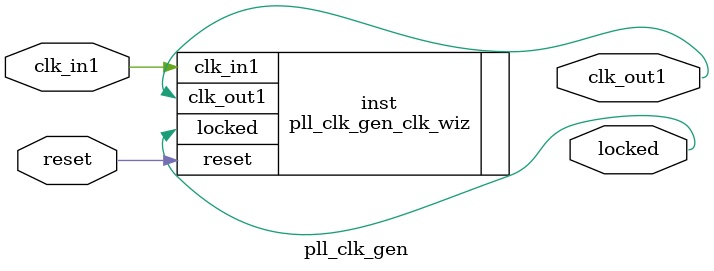
<source format=v>


`timescale 1ps/1ps

(* CORE_GENERATION_INFO = "pll_clk_gen,clk_wiz_v6_0_16_0_0,{component_name=pll_clk_gen,use_phase_alignment=true,use_min_o_jitter=false,use_max_i_jitter=false,use_dyn_phase_shift=false,use_inclk_switchover=false,use_dyn_reconfig=false,enable_axi=0,feedback_source=FDBK_AUTO,PRIMITIVE=MMCM,num_out_clk=1,clkin1_period=8.000,clkin2_period=10.000,use_power_down=false,use_reset=true,use_locked=true,use_inclk_stopped=false,feedback_type=SINGLE,CLOCK_MGR_TYPE=NA,manual_override=false}" *)

module pll_clk_gen 
 (
  // Clock out ports
  output        clk_out1,
  // Status and control signals
  input         reset,
  output        locked,
 // Clock in ports
  input         clk_in1
 );

  pll_clk_gen_clk_wiz inst
  (
  // Clock out ports  
  .clk_out1(clk_out1),
  // Status and control signals               
  .reset(reset), 
  .locked(locked),
 // Clock in ports
  .clk_in1(clk_in1)
  );

endmodule

</source>
